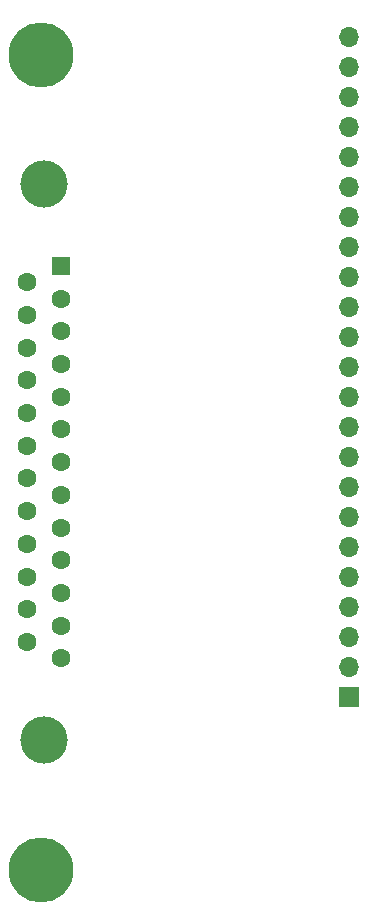
<source format=gbr>
%TF.GenerationSoftware,KiCad,Pcbnew,(6.0.11-0)*%
%TF.CreationDate,2023-07-12T13:16:53+12:00*%
%TF.ProjectId,controller-upper-cut,636f6e74-726f-46c6-9c65-722d75707065,3.2*%
%TF.SameCoordinates,PX206cc80PY68e7780*%
%TF.FileFunction,Soldermask,Bot*%
%TF.FilePolarity,Negative*%
%FSLAX46Y46*%
G04 Gerber Fmt 4.6, Leading zero omitted, Abs format (unit mm)*
G04 Created by KiCad (PCBNEW (6.0.11-0)) date 2023-07-12 13:16:53*
%MOMM*%
%LPD*%
G01*
G04 APERTURE LIST*
%ADD10C,5.500000*%
%ADD11C,4.000000*%
%ADD12R,1.600000X1.600000*%
%ADD13C,1.600000*%
%ADD14R,1.700000X1.700000*%
%ADD15O,1.700000X1.700000*%
G04 APERTURE END LIST*
D10*
%TO.C,H3*%
X20000000Y-10000000D03*
%TD*%
%TO.C,H4*%
X20000000Y-79000000D03*
%TD*%
D11*
%TO.C,J7*%
X20210331Y-68057893D03*
X20210331Y-20957893D03*
D12*
X21630331Y-27887893D03*
D13*
X21630331Y-30657893D03*
X21630331Y-33427893D03*
X21630331Y-36197893D03*
X21630331Y-38967893D03*
X21630331Y-41737893D03*
X21630331Y-44507893D03*
X21630331Y-47277893D03*
X21630331Y-50047893D03*
X21630331Y-52817893D03*
X21630331Y-55587893D03*
X21630331Y-58357893D03*
X21630331Y-61127893D03*
X18790331Y-29272893D03*
X18790331Y-32042893D03*
X18790331Y-34812893D03*
X18790331Y-37582893D03*
X18790331Y-40352893D03*
X18790331Y-43122893D03*
X18790331Y-45892893D03*
X18790331Y-48662893D03*
X18790331Y-51432893D03*
X18790331Y-54202893D03*
X18790331Y-56972893D03*
X18790331Y-59742893D03*
%TD*%
D14*
%TO.C,J2*%
X46063000Y-64417000D03*
D15*
X46063000Y-61877000D03*
X46063000Y-59337000D03*
X46063000Y-56797000D03*
X46063000Y-54257000D03*
X46063000Y-51717000D03*
X46063000Y-49177000D03*
X46063000Y-46637000D03*
X46063000Y-44097000D03*
X46063000Y-41557000D03*
X46063000Y-39017000D03*
X46063000Y-36477000D03*
X46063000Y-33937000D03*
X46063000Y-31397000D03*
X46063000Y-28857000D03*
X46063000Y-26317000D03*
X46063000Y-23777000D03*
X46063000Y-21237000D03*
X46063000Y-18697000D03*
X46063000Y-16157000D03*
X46063000Y-13617000D03*
X46063000Y-11077000D03*
X46063000Y-8537000D03*
%TD*%
M02*

</source>
